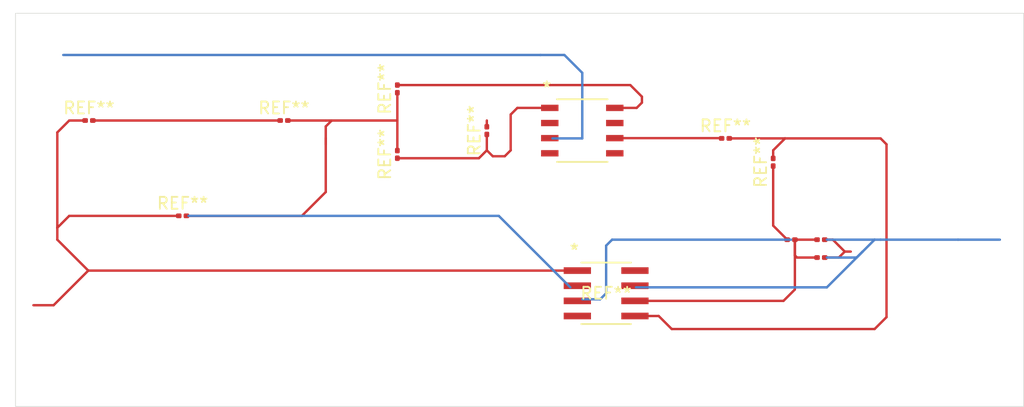
<source format=kicad_pcb>
(kicad_pcb (version 20241229) (generator "pcbnew") (generator_version "9.0")
  (layers (0 "F.Cu" signal) (2 "B.Cu" signal) (13 "F.Paste" user) (15 "B.Paste" user) (5 "F.SilkS" user "F.Silkscreen") (7 "B.SilkS" user "B.Silkscreen") (1 "F.Mask" user) (3 "B.Mask" user) (25 "Edge.Cuts" user))
  (net 0 "")
  (footprint "Resistor_SMD:R_0201_0603Metric" (layer "F.Cu") (at 134 60.845 90)
    (property "Reference" "REF**" (at 0 -1.05 90) (layer "F.SilkS"))
    (property "Value" "R_0201_0603Metric")
    (pad "1" smd roundrect (at -0.32 0 90) (size 0.46 0.4) (layers "F.Cu" "F.Mask"))
    (pad "2" smd roundrect (at 0.32 0 90) (size 0.46 0.4) (layers "F.Cu" "F.Mask"))
  )
  (footprint "shared_footprints:SOIC8-N_MC_MCH-M" (layer "F.Cu") (at 144 74.5)
    (property "Reference" "REF**" (at 0 0 0) (layer "F.SilkS"))
    (property "Value" "SOIC8-N_MC_MCH")
    (fp_line (start -2.0828 2.5781) (end 2.0828 2.5781) (stroke (width 0.1524)) (layer "F.SilkS"))
    (fp_line (start 2.0828 -2.5781) (end -2.0828 -2.5781) (stroke (width 0.1524)) (layer "F.SilkS"))
    (fp_text user "*" (at -2.667 -3.6068 0) (layer "F.SilkS"))
    (fp_text user "*" (at -2.667 -3.6068 0) (layer "F.SilkS"))
    (pad "1" smd rect (at -2.413 -1.905) (size 2.286 0.5588) (layers "F.Cu" "F.Mask" "F.Paste"))
    (pad "2" smd rect (at -2.413 -0.635) (size 2.286 0.5588) (layers "F.Cu" "F.Mask" "F.Paste"))
    (pad "3" smd rect (at -2.413 0.635) (size 2.286 0.5588) (layers "F.Cu" "F.Mask" "F.Paste"))
    (pad "4" smd rect (at -2.413 1.905) (size 2.286 0.5588) (layers "F.Cu" "F.Mask" "F.Paste"))
    (pad "5" smd rect (at 2.413 1.905) (size 2.286 0.5588) (layers "F.Cu" "F.Mask" "F.Paste"))
    (pad "6" smd rect (at 2.413 0.635) (size 2.286 0.5588) (layers "F.Cu" "F.Mask" "F.Paste"))
    (pad "7" smd rect (at 2.413 -0.635) (size 2.286 0.5588) (layers "F.Cu" "F.Mask" "F.Paste"))
    (pad "8" smd rect (at 2.413 -1.905) (size 2.286 0.5588) (layers "F.Cu" "F.Mask" "F.Paste"))
  )
  (footprint "Resistor_SMD:R_0201_0603Metric" (layer "F.Cu") (at 126.5 62.845 90)
    (property "Reference" "REF**" (at 0 -1.05 90) (layer "F.SilkS"))
    (property "Value" "R_0201_0603Metric")
    (pad "1" smd roundrect (at -0.32 0 90) (size 0.46 0.4) (layers "F.Cu" "F.Mask"))
    (pad "2" smd roundrect (at 0.32 0 90) (size 0.46 0.4) (layers "F.Cu" "F.Mask"))
  )
  (footprint "Capacitor_SMD:C_0201_0603Metric" (layer "F.Cu") (at 162 70)
    (property "Reference" "REF**" (hide yes))
    (property "Value" "C_0201_0603Metric")
    (pad "1" smd roundrect (at -0.32 0) (size 0.46 0.4) (layers "F.Cu" "F.Mask"))
    (pad "2" smd roundrect (at 0.32 0) (size 0.46 0.4) (layers "F.Cu" "F.Mask"))
  )
  (footprint "Capacitor_SMD:C_0201_0603Metric" (layer "F.Cu") (at 100.655 60)
    (property "Reference" "REF**" (at 0 -1.05 0) (layer "F.SilkS"))
    (property "Value" "C_0201_0603Metric")
    (pad "1" smd roundrect (at -0.32 0) (size 0.46 0.4) (layers "F.Cu" "F.Mask"))
    (pad "2" smd roundrect (at 0.32 0) (size 0.46 0.4) (layers "F.Cu" "F.Mask"))
  )
  (footprint "Resistor_SMD:R_0201_0603Metric" (layer "F.Cu") (at 117 60)
    (property "Reference" "REF**" (at 0 -1.05 0) (layer "F.SilkS"))
    (property "Value" "R_0201_0603Metric")
    (pad "1" smd roundrect (at -0.32 0) (size 0.46 0.4) (layers "F.Cu" "F.Mask"))
    (pad "2" smd roundrect (at 0.32 0) (size 0.46 0.4) (layers "F.Cu" "F.Mask"))
  )
  (footprint "Resistor_SMD:R_0201_0603Metric" (layer "F.Cu") (at 108.5 68)
    (property "Reference" "REF**" (at 0 -1.05 0) (layer "F.SilkS"))
    (property "Value" "R_0201_0603Metric")
    (pad "1" smd roundrect (at -0.32 0) (size 0.46 0.4) (layers "F.Cu" "F.Mask"))
    (pad "2" smd roundrect (at 0.32 0) (size 0.46 0.4) (layers "F.Cu" "F.Mask"))
  )
  (footprint "Resistor_SMD:R_0201_0603Metric" (layer "F.Cu") (at 162 71.5)
    (property "Reference" "REF**" (hide yes))
    (property "Value" "R_0201_0603Metric")
    (pad "1" smd roundrect (at -0.32 0) (size 0.46 0.4) (layers "F.Cu" "F.Mask"))
    (pad "2" smd roundrect (at 0.32 0) (size 0.46 0.4) (layers "F.Cu" "F.Mask"))
  )
  (footprint "shared_footprints:SO-8_S_LIT" (layer "F.Cu") (at 142 60.845)
    (property "Reference" "REF**" (hide yes))
    (property "Value" "SO-8_S_LIT")
    (fp_line (start -2.1209 2.6289) (end 2.1209 2.6289) (stroke (width 0.1524)) (layer "F.SilkS"))
    (fp_line (start 2.1209 -2.6289) (end -2.1209 -2.6289) (stroke (width 0.1524)) (layer "F.SilkS"))
    (fp_text user "*" (at -2.97815 -3.5814 0) (layer "F.SilkS"))
    (fp_text user "*" (at -2.97815 -3.5814 0) (layer "F.SilkS"))
    (pad "1" smd rect (at -2.72415 -1.905) (size 1.4605 0.5334) (layers "F.Cu" "F.Mask" "F.Paste"))
    (pad "2" smd rect (at -2.72415 -0.635) (size 1.4605 0.5334) (layers "F.Cu" "F.Mask" "F.Paste"))
    (pad "3" smd rect (at -2.72415 0.635) (size 1.4605 0.5334) (layers "F.Cu" "F.Mask" "F.Paste"))
    (pad "4" smd rect (at -2.72415 1.905) (size 1.4605 0.5334) (layers "F.Cu" "F.Mask" "F.Paste"))
    (pad "5" smd rect (at 2.72415 1.905) (size 1.4605 0.5334) (layers "F.Cu" "F.Mask" "F.Paste"))
    (pad "6" smd rect (at 2.72415 0.635) (size 1.4605 0.5334) (layers "F.Cu" "F.Mask" "F.Paste"))
    (pad "7" smd rect (at 2.72415 -0.635) (size 1.4605 0.5334) (layers "F.Cu" "F.Mask" "F.Paste"))
    (pad "8" smd rect (at 2.72415 -1.905) (size 1.4605 0.5334) (layers "F.Cu" "F.Mask" "F.Paste"))
  )
  (footprint "Capacitor_SMD:C_0201_0603Metric" (layer "F.Cu") (at 154 61.5)
    (property "Reference" "REF**" (at 0 -1.05 0) (layer "F.SilkS"))
    (property "Value" "C_0201_0603Metric")
    (pad "1" smd roundrect (at -0.32 0) (size 0.46 0.4) (layers "F.Cu" "F.Mask"))
    (pad "2" smd roundrect (at 0.32 0) (size 0.46 0.4) (layers "F.Cu" "F.Mask"))
  )
  (footprint "Resistor_SMD:R_0201_0603Metric" (layer "F.Cu") (at 158 63.5 90)
    (property "Reference" "REF**" (at 0 -1.05 90) (layer "F.SilkS"))
    (property "Value" "R_0201_0603Metric" (hide yes))
    (pad "1" smd roundrect (at -0.32 0 90) (size 0.46 0.4) (layers "F.Cu" "F.Mask"))
    (pad "2" smd roundrect (at 0.32 0 90) (size 0.46 0.4) (layers "F.Cu" "F.Mask"))
  )
  (footprint "Resistor_SMD:R_0201_0603Metric" (layer "F.Cu") (at 159.5 70)
    (property "Reference" "REF**" (hide yes))
    (property "Value" "R_0201_0603Metric")
    (pad "1" smd roundrect (at -0.32 0) (size 0.46 0.4) (layers "F.Cu" "F.Mask"))
    (pad "2" smd roundrect (at 0.32 0) (size 0.46 0.4) (layers "F.Cu" "F.Mask"))
  )
  (footprint "Resistor_SMD:R_0201_0603Metric" (layer "F.Cu") (at 126.5 57.345 90)
    (property "Reference" "REF**" (at 0 -1.05 90) (layer "F.SilkS"))
    (property "Value" "R_0201_0603Metric")
    (pad "1" smd roundrect (at -0.32 0 90) (size 0.46 0.4) (layers "F.Cu" "F.Mask"))
    (pad "2" smd roundrect (at 0.32 0 90) (size 0.46 0.4) (layers "F.Cu" "F.Mask"))
  )
  (gr_rect (start 94.5 51) (end 179 84) (stroke (width 0.05)) (fill no) (layer "Edge.Cuts"))
  (segment (start 161.68 70) (end 159.82 70) (width 0.2) (layer "F.Cu") (net 0))
  (segment (start 146.025 57.025) (end 147 58) (width 0.2) (layer "F.Cu") (net 0))
  (segment (start 121 60) (end 126.5 60) (width 0.2) (layer "F.Cu") (net 0))
  (segment (start 134 60.525) (end 134 60) (width 0.2) (layer "F.Cu") (net 0))
  (segment (start 162.32 70) (end 163 70) (width 0.2) (layer "F.Cu") (net 0))
  (segment (start 108.18 68) (end 99 68) (width 0.2) (layer "F.Cu") (net 0))
  (segment (start 167.5 76.5) (end 166.5 77.5) (width 0.2) (layer "F.Cu") (net 0))
  (segment (start 153.66 61.48) (end 153.68 61.5) (width 0.2) (layer "F.Cu") (net 0))
  (segment (start 144.72415 61.48) (end 153.66 61.48) (width 0.2) (layer "F.Cu") (net 0))
  (segment (start 135.5 63) (end 136 62.5) (width 0.2) (layer "F.Cu") (net 0))
  (segment (start 158 63.18) (end 158 62.5) (width 0.2) (layer "F.Cu") (net 0))
  (segment (start 134.5 63) (end 135.5 63) (width 0.2) (layer "F.Cu") (net 0))
  (segment (start 133.335 63.165) (end 134 62.5) (width 0.2) (layer "F.Cu") (net 0))
  (segment (start 134 62.5) (end 134 61.165) (width 0.2) (layer "F.Cu") (net 0))
  (segment (start 98 70) (end 100.595 72.595) (width 0.2) (layer "F.Cu") (net 0))
  (segment (start 136.56 58.94) (end 139.27585 58.94) (width 0.2) (layer "F.Cu") (net 0))
  (segment (start 99 68) (end 98 69) (width 0.2) (layer "F.Cu") (net 0))
  (segment (start 166.5 77.5) (end 149.5 77.5) (width 0.2) (layer "F.Cu") (net 0))
  (segment (start 158 63.82) (end 158 68.82) (width 0.2) (layer "F.Cu") (net 0))
  (segment (start 158.865 75.135) (end 146.413 75.135) (width 0.2) (layer "F.Cu") (net 0))
  (segment (start 158 68.82) (end 159.18 70) (width 0.2) (layer "F.Cu") (net 0))
  (segment (start 167 61.5) (end 167.5 62) (width 0.2) (layer "F.Cu") (net 0))
  (segment (start 159.82 74.18) (end 158.865 75.135) (width 0.2) (layer "F.Cu") (net 0))
  (segment (start 159 61.5) (end 167 61.5) (width 0.2) (layer "F.Cu") (net 0))
  (segment (start 100.335 60) (end 99 60) (width 0.2) (layer "F.Cu") (net 0))
  (segment (start 147 58) (end 147 58.5) (width 0.2) (layer "F.Cu") (net 0))
  (segment (start 126.5 60) (end 126.5 62.525) (width 0.2) (layer "F.Cu") (net 0))
  (segment (start 99 60) (end 98 61) (width 0.2) (layer "F.Cu") (net 0))
  (segment (start 100.595 72.595) (end 141.587 72.595) (width 0.2) (layer "F.Cu") (net 0))
  (segment (start 134 62.5) (end 134.5 63) (width 0.2) (layer "F.Cu") (net 0))
  (segment (start 98 69) (end 98 70) (width 0.2) (layer "F.Cu") (net 0))
  (segment (start 149.5 77.5) (end 148.405 76.405) (width 0.2) (layer "F.Cu") (net 0))
  (segment (start 164 71) (end 164.5 71) (width 0.2) (layer "F.Cu") (net 0))
  (segment (start 100.595 72.595) (end 97.69 75.5) (width 0.2) (layer "F.Cu") (net 0))
  (segment (start 154.32 61.5) (end 159 61.5) (width 0.2) (layer "F.Cu") (net 0))
  (segment (start 160 71.5) (end 161.68 71.5) (width 0.2) (layer "F.Cu") (net 0))
  (segment (start 108.82 68) (end 118.5 68) (width 0.2) (layer "F.Cu") (net 0))
  (segment (start 120.5 61.5) (end 120.5 60.5) (width 0.2) (layer "F.Cu") (net 0))
  (segment (start 163.5 70.5) (end 164 71) (width 0.2) (layer "F.Cu") (net 0))
  (segment (start 159.82 70) (end 159.82 74.18) (width 0.2) (layer "F.Cu") (net 0))
  (segment (start 136 62.5) (end 136 59.5) (width 0.2) (layer "F.Cu") (net 0))
  (segment (start 163.5 71.5) (end 164 71) (width 0.2) (layer "F.Cu") (net 0))
  (segment (start 126.5 60) (end 126.5 57.665) (width 0.2) (layer "F.Cu") (net 0))
  (segment (start 158 62.5) (end 159 61.5) (width 0.2) (layer "F.Cu") (net 0))
  (segment (start 126.5 63.165) (end 133.335 63.165) (width 0.2) (layer "F.Cu") (net 0))
  (segment (start 146.56 58.94) (end 144.72415 58.94) (width 0.2) (layer "F.Cu") (net 0))
  (segment (start 148.405 76.405) (end 146.413 76.405) (width 0.2) (layer "F.Cu") (net 0))
  (segment (start 120.5 60.5) (end 121 60) (width 0.2) (layer "F.Cu") (net 0))
  (segment (start 120.5 61.5) (end 120.5 62) (width 0.2) (layer "F.Cu") (net 0))
  (segment (start 120.5 60) (end 121 60) (width 0.2) (layer "F.Cu") (net 0))
  (segment (start 126.5 57.025) (end 146.025 57.025) (width 0.2) (layer "F.Cu") (net 0))
  (segment (start 163 70) (end 163.5 70.5) (width 0.2) (layer "F.Cu") (net 0))
  (segment (start 98 61) (end 98 69) (width 0.2) (layer "F.Cu") (net 0))
  (segment (start 97.69 75.5) (end 96 75.5) (width 0.2) (layer "F.Cu") (net 0))
  (segment (start 147 58.5) (end 146.56 58.94) (width 0.2) (layer "F.Cu") (net 0))
  (segment (start 162.32 71.5) (end 163.5 71.5) (width 0.2) (layer "F.Cu") (net 0))
  (segment (start 118.5 68) (end 120.5 66) (width 0.2) (layer "F.Cu") (net 0))
  (segment (start 136 59.5) (end 136.56 58.94) (width 0.2) (layer "F.Cu") (net 0))
  (segment (start 159.82 71.32) (end 160 71.5) (width 0.2) (layer "F.Cu") (net 0))
  (segment (start 117.32 60) (end 120.5 60) (width 0.2) (layer "F.Cu") (net 0))
  (segment (start 167.5 62) (end 167.5 76.5) (width 0.2) (layer "F.Cu") (net 0))
  (segment (start 100.975 60) (end 116.68 60) (width 0.2) (layer "F.Cu") (net 0))
  (segment (start 120.5 66) (end 120.5 61.5) (width 0.2) (layer "F.Cu") (net 0))
  (segment (start 159.82 70) (end 159.82 71.32) (width 0.2) (layer "F.Cu") (net 0))
  (segment (start 162.5 74) (end 165.5 71) (width 0.2) (layer "B.Cu") (net 0))
  (segment (start 162.5 70) (end 166.5 70) (width 0.2) (layer "B.Cu") (net 0))
  (segment (start 143.5 75) (end 142 75) (width 0.2) (layer "B.Cu") (net 0))
  (segment (start 165.5 71) (end 165 71.5) (width 0.2) (layer "B.Cu") (net 0))
  (segment (start 144 70.5) (end 144 74.5) (width 0.2) (layer "B.Cu") (net 0))
  (segment (start 166.5 70) (end 167 70) (width 0.2) (layer "B.Cu") (net 0))
  (segment (start 142 61.5) (end 142 56) (width 0.2) (layer "B.Cu") (net 0))
  (segment (start 173.5 70) (end 177 70) (width 0.2) (layer "B.Cu") (net 0))
  (segment (start 165.5 71) (end 166.5 70) (width 0.2) (layer "B.Cu") (net 0))
  (segment (start 146.5 74) (end 162.5 74) (width 0.2) (layer "B.Cu") (net 0))
  (segment (start 138.5 54.5) (end 98.5 54.5) (width 0.2) (layer "B.Cu") (net 0))
  (segment (start 167 70) (end 173.5 70) (width 0.2) (layer "B.Cu") (net 0))
  (segment (start 142 56) (end 140.5 54.5) (width 0.2) (layer "B.Cu") (net 0))
  (segment (start 144.5 70) (end 144 70.5) (width 0.2) (layer "B.Cu") (net 0))
  (segment (start 144 74.5) (end 143.5 75) (width 0.2) (layer "B.Cu") (net 0))
  (segment (start 159.5 70) (end 144.5 70) (width 0.2) (layer "B.Cu") (net 0))
  (segment (start 109 68) (end 135 68) (width 0.2) (layer "B.Cu") (net 0))
  (segment (start 135 68) (end 141 74) (width 0.2) (layer "B.Cu") (net 0))
  (segment (start 140.5 54.5) (end 138.5 54.5) (width 0.2) (layer "B.Cu") (net 0))
  (segment (start 165 71.5) (end 162.5 71.5) (width 0.2) (layer "B.Cu") (net 0))
  (segment (start 139.5 61.5) (end 142 61.5) (width 0.2) (layer "B.Cu") (net 0))
)
</source>
